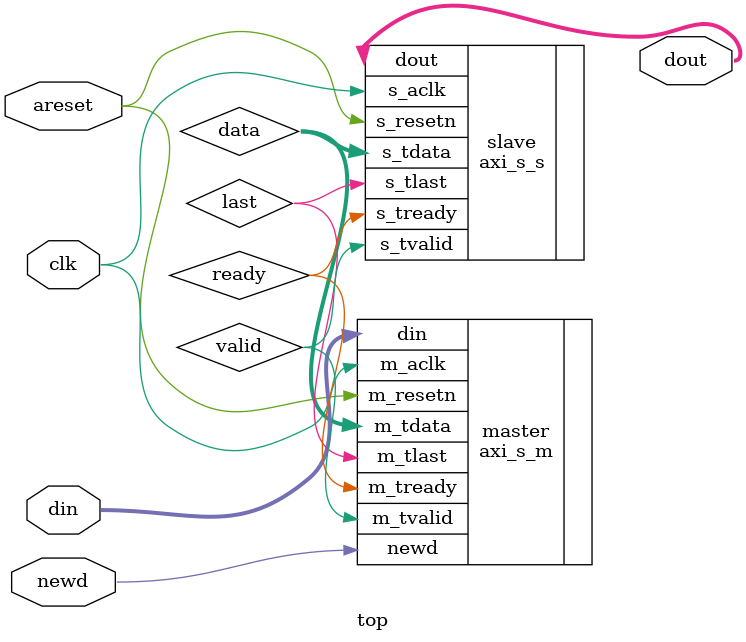
<source format=sv>
module top(input clk, 
input areset, 
input newd, 
input [7:0] din,
output [7:0] dout);

wire last, valid, ready;
wire [7:0] data; 

    
    axi_s_m master (
    .m_aclk(clk),
    .m_resetn(areset),
    .newd(newd),
    .m_tready(ready),
    .din(din),
    .m_tvalid(valid),
    .m_tdata(data),
    .m_tlast(last)
);

axi_s_s slave (
    .s_aclk(clk),
    .s_resetn(areset),
    .s_tready(ready),
    .s_tvalid(valid),
    .s_tdata(data),
    .s_tlast(last),
    .dout(dout)
);

endmodule
</source>
